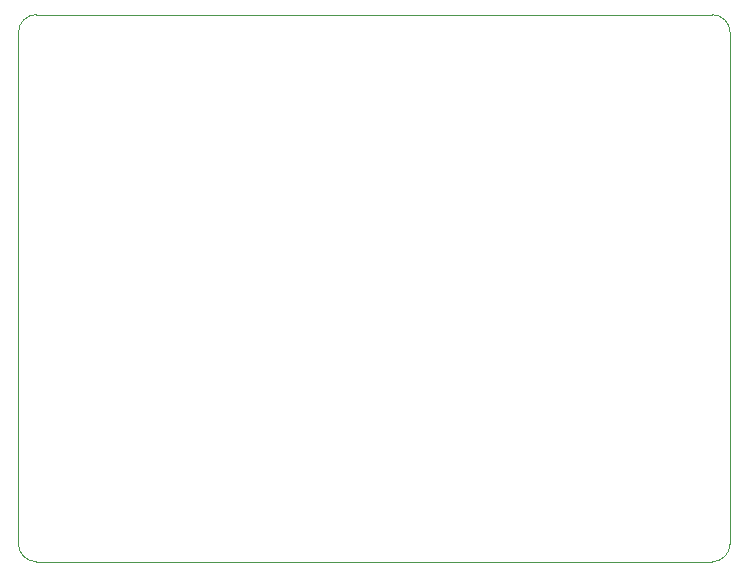
<source format=gbr>
%TF.GenerationSoftware,KiCad,Pcbnew,8.0.5*%
%TF.CreationDate,2024-10-29T12:08:31+01:00*%
%TF.ProjectId,mcu_holder,6d63755f-686f-46c6-9465-722e6b696361,rev?*%
%TF.SameCoordinates,Original*%
%TF.FileFunction,Profile,NP*%
%FSLAX46Y46*%
G04 Gerber Fmt 4.6, Leading zero omitted, Abs format (unit mm)*
G04 Created by KiCad (PCBNEW 8.0.5) date 2024-10-29 12:08:31*
%MOMM*%
%LPD*%
G01*
G04 APERTURE LIST*
%TA.AperFunction,Profile*%
%ADD10C,0.100000*%
%TD*%
G04 APERTURE END LIST*
D10*
X91440000Y-36576000D02*
G75*
G02*
X92964000Y-35052000I1524000J0D01*
G01*
X150176000Y-81374000D02*
X92964000Y-81374000D01*
X151700000Y-36576000D02*
X151700000Y-79850000D01*
X92964000Y-81374000D02*
G75*
G02*
X91440000Y-79850000I0J1524000D01*
G01*
X151700000Y-79850000D02*
G75*
G02*
X150176000Y-81374000I-1524000J0D01*
G01*
X92964000Y-35052000D02*
X150176000Y-35052000D01*
X91440000Y-79850000D02*
X91440000Y-36576000D01*
X150176000Y-35052000D02*
G75*
G02*
X151700000Y-36576000I0J-1524000D01*
G01*
M02*

</source>
